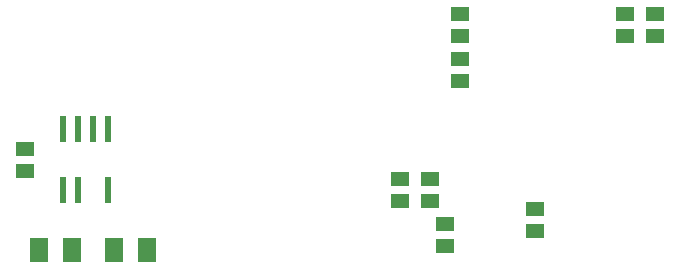
<source format=gbr>
G04 EAGLE Gerber RS-274X export*
G75*
%MOMM*%
%FSLAX34Y34*%
%LPD*%
%INSolderpaste Top*%
%IPPOS*%
%AMOC8*
5,1,8,0,0,1.08239X$1,22.5*%
G01*
%ADD10R,1.500000X1.300000*%
%ADD11R,0.600000X2.200000*%
%ADD12R,1.600000X2.000000*%


D10*
X228600Y460400D03*
X228600Y479400D03*
X584200Y396900D03*
X584200Y415900D03*
X596900Y555600D03*
X596900Y536600D03*
D11*
X273050Y443900D03*
X273050Y495900D03*
X260350Y443900D03*
X298450Y443900D03*
X260350Y495900D03*
X285750Y495900D03*
X298450Y495900D03*
D12*
X331500Y393700D03*
X303500Y393700D03*
X268000Y393700D03*
X240000Y393700D03*
D10*
X762000Y593700D03*
X762000Y574700D03*
X736600Y593700D03*
X736600Y574700D03*
X660400Y428600D03*
X660400Y409600D03*
X546100Y454000D03*
X546100Y435000D03*
X571500Y435000D03*
X571500Y454000D03*
X596900Y593700D03*
X596900Y574700D03*
M02*

</source>
